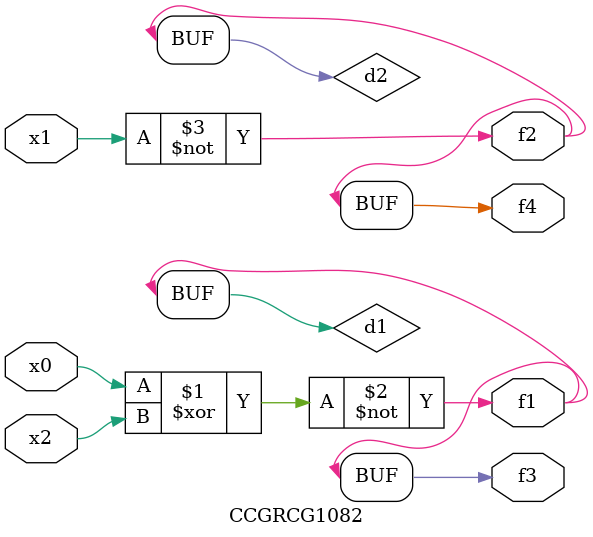
<source format=v>
module CCGRCG1082(
	input x0, x1, x2,
	output f1, f2, f3, f4
);

	wire d1, d2, d3;

	xnor (d1, x0, x2);
	nand (d2, x1);
	nor (d3, x1, x2);
	assign f1 = d1;
	assign f2 = d2;
	assign f3 = d1;
	assign f4 = d2;
endmodule

</source>
